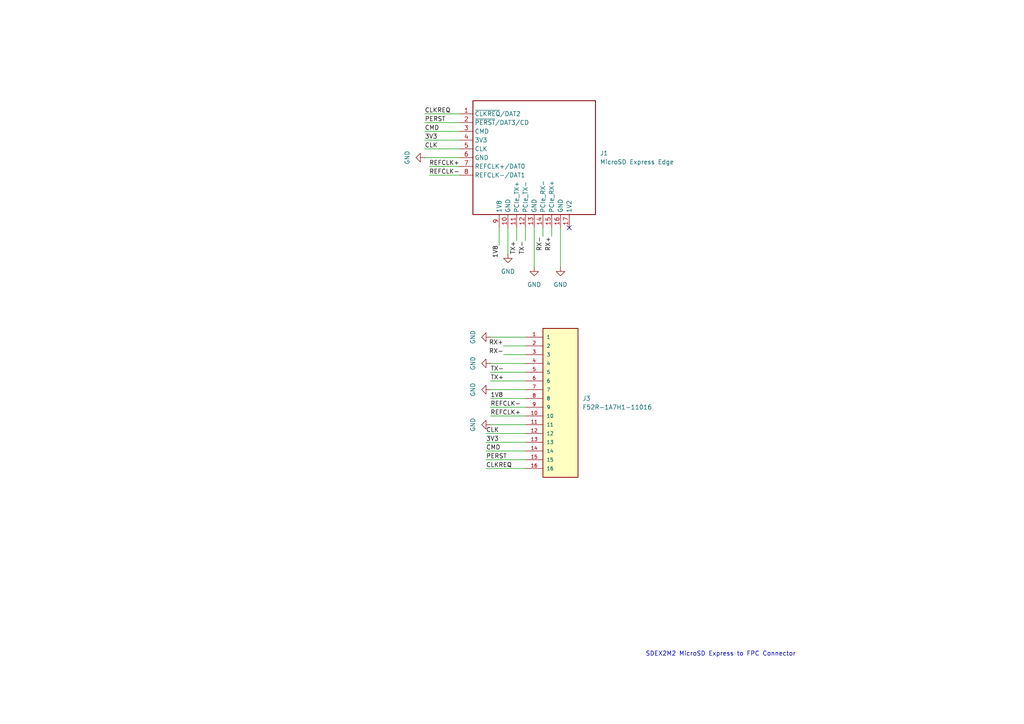
<source format=kicad_sch>
(kicad_sch (version 20250114) (generator "eeschema") (generator_version "9.0")
  (paper "A4")
  (lib_symbols
    (symbol "F52R-1A7H1-11016:F52R-1A7H1-11016" (pin_names (offset 1.016))
      (property "Reference" "J" (at -5.08 21.082 0))
      (property "Value" "F52R-1A7H1-11016" (at -5.08 -25.4 0))
      (symbol "F52R-1A7H1-11016_0_0"
        (rectangle (start -5.08 -22.86) (end 5.08 20.32) (stroke (width 0.254)) (fill (type background)))
        (pin passive line (at -10.16 17.78 0) (length 5.08) (name "1") (number "1"))
        (pin passive line (at -10.16 15.24 0) (length 5.08) (name "2") (number "2"))
        (pin passive line (at -10.16 12.7 0) (length 5.08) (name "3") (number "3"))
        (pin passive line (at -10.16 10.16 0) (length 5.08) (name "4") (number "4"))
        (pin passive line (at -10.16 7.62 0) (length 5.08) (name "5") (number "5"))
        (pin passive line (at -10.16 5.08 0) (length 5.08) (name "6") (number "6"))
        (pin passive line (at -10.16 2.54 0) (length 5.08) (name "7") (number "7"))
        (pin passive line (at -10.16 0 0) (length 5.08) (name "8") (number "8"))
        (pin passive line (at -10.16 -2.54 0) (length 5.08) (name "9") (number "9"))
        (pin passive line (at -10.16 -5.08 0) (length 5.08) (name "10") (number "10"))
        (pin passive line (at -10.16 -7.62 0) (length 5.08) (name "11") (number "11"))
        (pin passive line (at -10.16 -10.16 0) (length 5.08) (name "12") (number "12"))
        (pin passive line (at -10.16 -12.7 0) (length 5.08) (name "13") (number "13"))
        (pin passive line (at -10.16 -15.24 0) (length 5.08) (name "14") (number "14"))
        (pin passive line (at -10.16 -17.78 0) (length 5.08) (name "15") (number "15"))
        (pin passive line (at -10.16 -20.32 0) (length 5.08) (name "16") (number "16"))
      )
    )
    (symbol "m1cha:Micro_SDex_PCB"
      (property "Reference" "J1" (at 17.78 1.2701 0))
      (property "Value" "SDEX2M2 Breakout" (at 17.78 -1.2699 0))
      (symbol "Micro_SDex_PCB_0_1"
        (polyline (pts (xy 16.51 -8.89) (xy 16.51 16.51) (xy -19.05 16.51) (xy -19.05 -16.51) (xy 16.51 -16.51) (xy 16.51 -8.89)) (stroke (width 0.254)))
      )
      (symbol "Micro_SDex_PCB_1_1"
        (pin bidirectional line (at -22.86 12.7 0) (length 3.81) (name "~{CLKREQ}/DAT2") (number "1"))
        (pin bidirectional line (at -22.86 10.16 0) (length 3.81) (name "~{PERST}/DAT3/CD") (number "2"))
        (pin output line (at -22.86 7.62 0) (length 3.81) (name "CMD") (number "3"))
        (pin power_out line (at -22.86 5.08 0) (length 3.81) (name "3V3") (number "4"))
        (pin output line (at -22.86 2.54 0) (length 3.81) (name "CLK") (number "5"))
        (pin power_out line (at -22.86 0 0) (length 3.81) (name "GND") (number "6"))
        (pin bidirectional line (at -22.86 -2.54 0) (length 3.81) (name "REFCLK+/DAT0") (number "7"))
        (pin bidirectional line (at -22.86 -5.08 0) (length 3.81) (name "REFCLK-/DAT1") (number "8"))
        (pin power_out line (at -11.43 -20.32 90) (length 3.81) (name "1V8") (number "9"))
        (pin passive line (at -8.89 -20.32 90) (length 3.81) (name "GND") (number "10"))
        (pin output line (at -6.35 -20.32 90) (length 3.81) (name "PCIe_TX+") (number "11"))
        (pin output line (at -3.81 -20.32 90) (length 3.81) (name "PCIe_TX-") (number "12"))
        (pin passive line (at -1.27 -20.32 90) (length 3.81) (name "GND") (number "13"))
        (pin input line (at 1.27 -20.32 90) (length 3.81) (name "PCIe_RX-") (number "14"))
        (pin input line (at 3.81 -20.32 90) (length 3.81) (name "PCIe_RX+") (number "15"))
        (pin passive line (at 6.35 -20.32 90) (length 3.81) (name "GND") (number "16"))
        (pin power_out line (at 8.89 -20.32 90) (length 3.81) (name "1V2") (number "17"))
      )
    )
    (symbol "power:GND" (power) (pin_numbers (hide yes)) (pin_names (offset 0) (hide yes))
      (property "Value" "GND" (at 0 -3.81 0))
      (symbol "GND_0_1"
        (polyline (pts (xy 0 0) (xy 0 -1.27) (xy 1.27 -1.27) (xy 0 -2.54) (xy -1.27 -1.27) (xy 0 -1.27)))
      )
      (symbol "GND_1_1"
        (pin power_in line (at 0 0 270) (length 0) (name "~") (number "1"))
      )
    )
  )
  (text "SDEX2M2 MicroSD Express to FPC Connector" (at 209.042 189.738 0) (effects (font (size 1.27 1.27))))
  (no_connect (at 165.1 66.04))
  (wire (pts (xy 142.24 107.95) (xy 152.4 107.95)))
  (wire (pts (xy 146.05 100.33) (xy 152.4 100.33)))
  (wire (pts (xy 142.24 113.03) (xy 152.4 113.03)))
  (wire (pts (xy 142.24 97.79) (xy 152.4 97.79)))
  (wire (pts (xy 157.48 66.04) (xy 157.48 68.58)))
  (wire (pts (xy 142.24 110.49) (xy 152.4 110.49)))
  (wire (pts (xy 144.78 66.04) (xy 144.78 71.12)))
  (wire (pts (xy 124.46 50.8) (xy 133.35 50.8)))
  (wire (pts (xy 140.97 135.89) (xy 152.4 135.89)))
  (wire (pts (xy 147.32 73.66) (xy 147.32 66.04)))
  (wire (pts (xy 146.05 102.87) (xy 152.4 102.87)))
  (wire (pts (xy 142.24 120.65) (xy 152.4 120.65)))
  (wire (pts (xy 142.24 105.41) (xy 152.4 105.41)))
  (wire (pts (xy 142.24 118.11) (xy 152.4 118.11)))
  (wire (pts (xy 140.97 125.73) (xy 152.4 125.73)))
  (wire (pts (xy 162.56 77.47) (xy 162.56 66.04)))
  (wire (pts (xy 160.02 66.04) (xy 160.02 68.58)))
  (wire (pts (xy 123.19 45.72) (xy 133.35 45.72)))
  (wire (pts (xy 123.19 35.56) (xy 133.35 35.56)))
  (wire (pts (xy 140.97 128.27) (xy 152.4 128.27)))
  (wire (pts (xy 140.97 133.35) (xy 152.4 133.35)))
  (wire (pts (xy 123.19 38.1) (xy 133.35 38.1)))
  (wire (pts (xy 154.94 77.47) (xy 154.94 66.04)))
  (wire (pts (xy 142.24 123.19) (xy 152.4 123.19)))
  (wire (pts (xy 123.19 43.18) (xy 133.35 43.18)))
  (wire (pts (xy 140.97 130.81) (xy 152.4 130.81)))
  (wire (pts (xy 152.4 66.04) (xy 152.4 69.85)))
  (wire (pts (xy 123.19 33.02) (xy 133.35 33.02)))
  (wire (pts (xy 149.86 66.04) (xy 149.86 69.85)))
  (wire (pts (xy 142.24 115.57) (xy 152.4 115.57)))
  (wire (pts (xy 123.19 40.64) (xy 133.35 40.64)))
  (wire (pts (xy 124.46 48.26) (xy 133.35 48.26)))
  (label "CMD" (at 140.97 130.81 0))
  (label "RX+" (at 160.02 68.58 270))
  (label "CLK" (at 123.19 43.18 0))
  (label "CLKREQ" (at 123.19 33.02 0))
  (label "TX+" (at 149.86 69.85 270))
  (label "TX-" (at 142.24 107.95 0))
  (label "1V8" (at 144.78 71.12 270))
  (label "CLKREQ" (at 140.97 135.89 0))
  (label "REFCLK-" (at 142.24 118.11 0))
  (label "PERST" (at 140.97 133.35 0))
  (label "REFCLK+" (at 124.46 48.26 0))
  (label "RX-" (at 157.48 68.58 270))
  (label "RX+" (at 146.05 100.33 180))
  (label "3V3" (at 140.97 128.27 0))
  (label "TX-" (at 152.4 69.85 270))
  (label "1V8" (at 142.24 115.57 0))
  (label "RX-" (at 146.05 102.87 180))
  (label "CMD" (at 123.19 38.1 0))
  (label "REFCLK+" (at 142.24 120.65 0))
  (label "PERST" (at 123.19 35.56 0))
  (label "CLK" (at 140.97 125.73 0))
  (label "3V3" (at 123.19 40.64 0))
  (label "REFCLK-" (at 124.46 50.8 0))
  (label "TX+" (at 142.24 110.49 0))
  (symbol (lib_id "power:GND") (at 142.24 113.03 270) (mirror x) (unit 1)
    (property "Reference" "#PWR06" (effects (hide yes)))
    (property "Value" "GND" (at 137.16 113.03 0))
    (property "Description" "Power symbol creates a global label with name \"GND\" , ground" (effects (hide yes)))
  )
  (symbol (lib_id "power:GND") (at 142.24 123.19 270) (mirror x) (unit 1)
    (property "Reference" "#PWR07" (effects (hide yes)))
    (property "Value" "GND" (at 137.16 123.19 0))
    (property "Description" "Power symbol creates a global label with name \"GND\" , ground" (effects (hide yes)))
  )
  (symbol (lib_id "power:GND") (at 123.19 45.72 270) (unit 1)
    (property "Reference" "#PWR08" (effects (hide yes)))
    (property "Value" "GND" (at 118.11 45.72 0))
    (property "Description" "Power symbol creates a global label with name \"GND\" , ground" (effects (hide yes)))
  )
  (symbol (lib_id "F52R-1A7H1-11016:F52R-1A7H1-11016") (at 162.56 115.57 0) (unit 1)
    (property "Reference" "J3" (at 168.91 115.5699 0) (effects (justify left)))
    (property "Value" "F52R-1A7H1-11016" (at 168.91 118.1099 0) (effects (justify left)))
    (property "Footprint" "AMPHENOL_F52R-1A7H1-11016" (effects (hide yes)))
    (property "PARTREV" "B" (effects (hide yes)))
    (property "STANDARD" "Manufacturer Recommendations" (effects (hide yes)))
    (property "SNAPEDA_PN" "F52R-1A7H1-11016" (effects (hide yes)))
    (property "MAXIMUM_PACKAGE_HEIGHT" "2.55mm" (effects (hide yes)))
    (property "MANUFACTURER" "Amphenol" (effects (hide yes)))
  )
  (symbol (lib_id "m1cha:Micro_SDex_PCB") (at 156.21 45.72 0) (unit 1)
    (property "Reference" "J1" (at 173.99 44.4499 0) (effects (justify left)))
    (property "Value" "MicroSD Express Edge" (at 173.99 46.9899 0) (effects (justify left)))
    (property "Footprint" "m1cha:usdex-male-open_bottom" (effects (hide yes)))
    (property "Description" "Micro SD Card PCB" (effects (hide yes)))
  )
  (symbol (lib_id "power:GND") (at 147.32 73.66 0) (unit 1)
    (property "Reference" "#PWR02" (effects (hide yes)))
    (property "Value" "GND" (at 147.32 78.74 0))
    (property "Description" "Power symbol creates a global label with name \"GND\" , ground" (effects (hide yes)))
  )
  (symbol (lib_id "power:GND") (at 154.94 77.47 0) (unit 1)
    (property "Reference" "#PWR01" (effects (hide yes)))
    (property "Value" "GND" (at 154.94 82.55 0))
    (property "Description" "Power symbol creates a global label with name \"GND\" , ground" (effects (hide yes)))
  )
  (symbol (lib_id "power:GND") (at 142.24 105.41 270) (mirror x) (unit 1)
    (property "Reference" "#PWR05" (effects (hide yes)))
    (property "Value" "GND" (at 137.16 105.41 0))
    (property "Description" "Power symbol creates a global label with name \"GND\" , ground" (effects (hide yes)))
  )
  (symbol (lib_id "power:GND") (at 142.24 97.79 270) (mirror x) (unit 1)
    (property "Reference" "#PWR04" (effects (hide yes)))
    (property "Value" "GND" (at 137.16 97.79 0))
    (property "Description" "Power symbol creates a global label with name \"GND\" , ground" (effects (hide yes)))
  )
  (symbol (lib_id "power:GND") (at 162.56 77.47 0) (unit 1)
    (property "Reference" "#PWR03" (effects (hide yes)))
    (property "Value" "GND" (at 162.56 82.55 0))
    (property "Description" "Power symbol creates a global label with name \"GND\" , ground" (effects (hide yes)))
  )
)
</source>
